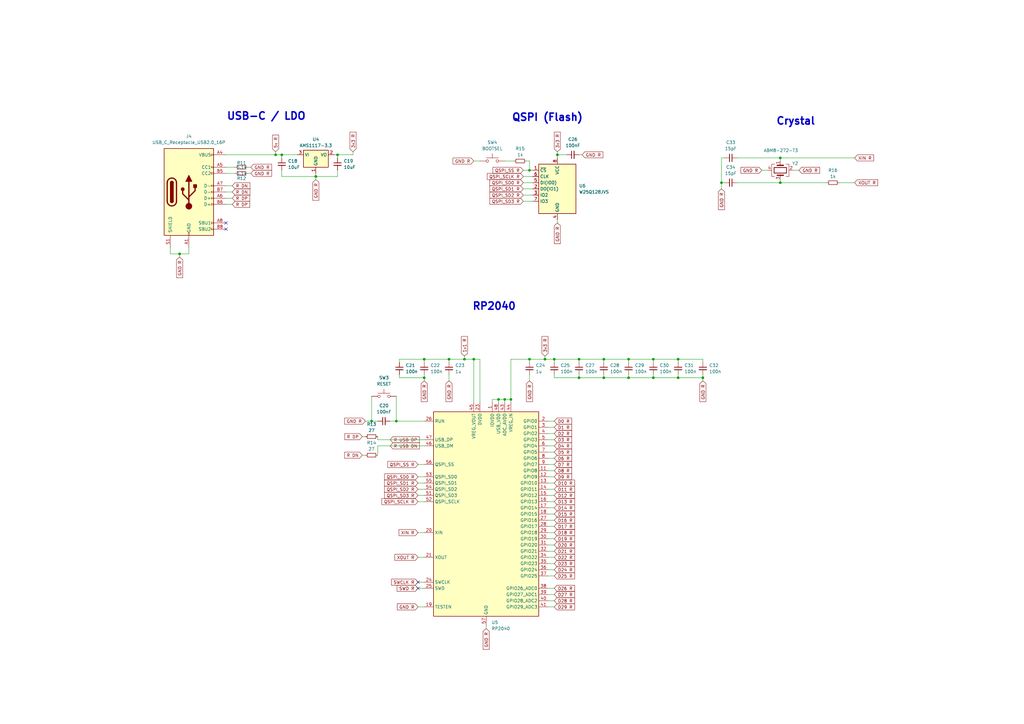
<source format=kicad_sch>
(kicad_sch (version 20250114) (generator "eeschema") (generator_version "9.0")
  (paper "A3")
  (title_block (title "Alpha Centauri") (date "2025-08-17") (rev "v1.0") (company "Jacob Gable"))
  (lib_symbols
    (symbol "Connector:USB_C_Receptacle_USB2.0_16P" (pin_names (offset 1.016))
      (property "Reference" "J" (at 0 22.225 0))
      (property "Value" "USB_C_Receptacle_USB2.0_16P" (at 0 19.685 0))
      (symbol "USB_C_Receptacle_USB2.0_16P_0_0"
        (rectangle (start -0.254 -17.78) (end 0.254 -16.764))
        (rectangle (start 10.16 15.494) (end 9.144 14.986))
        (rectangle (start 10.16 10.414) (end 9.144 9.906))
        (rectangle (start 10.16 7.874) (end 9.144 7.366))
        (rectangle (start 10.16 2.794) (end 9.144 2.286))
        (rectangle (start 10.16 0.254) (end 9.144 -0.254))
        (rectangle (start 10.16 -2.286) (end 9.144 -2.794))
        (rectangle (start 10.16 -4.826) (end 9.144 -5.334))
        (rectangle (start 10.16 -12.446) (end 9.144 -12.954))
        (rectangle (start 10.16 -14.986) (end 9.144 -15.494))
      )
      (symbol "USB_C_Receptacle_USB2.0_16P_0_1"
        (rectangle (start -10.16 17.78) (end 10.16 -17.78) (stroke (width 0.254)) (fill (type background)))
        (polyline (pts (xy -8.89 -3.81) (xy -8.89 3.81)) (stroke (width 0.508)))
        (rectangle (start -7.62 -3.81) (end -6.35 3.81) (stroke (width 0.254)) (fill (type outline)))
        (arc (start -7.62 3.81) (mid -6.985 4.4423) (end -6.35 3.81) (stroke (width 0.254)))
        (arc (start -7.62 3.81) (mid -6.985 4.4423) (end -6.35 3.81) (stroke (width 0.254)) (fill (type outline)))
        (arc (start -8.89 3.81) (mid -6.985 5.7067) (end -5.08 3.81) (stroke (width 0.508)))
        (arc (start -5.08 -3.81) (mid -6.985 -5.7067) (end -8.89 -3.81) (stroke (width 0.508)))
        (arc (start -6.35 -3.81) (mid -6.985 -4.4423) (end -7.62 -3.81) (stroke (width 0.254)))
        (arc (start -6.35 -3.81) (mid -6.985 -4.4423) (end -7.62 -3.81) (stroke (width 0.254)) (fill (type outline)))
        (polyline (pts (xy -5.08 3.81) (xy -5.08 -3.81)) (stroke (width 0.508)))
        (circle (center -2.54 1.143) (radius 0.635) (stroke (width 0.254)) (fill (type outline)))
        (polyline (pts (xy -1.27 4.318) (xy 0 6.858) (xy 1.27 4.318) (xy -1.27 4.318)) (stroke (width 0.254)) (fill (type outline)))
        (polyline (pts (xy 0 -2.032) (xy 2.54 0.508) (xy 2.54 1.778)) (stroke (width 0.508)))
        (polyline (pts (xy 0 -3.302) (xy -2.54 -0.762) (xy -2.54 0.508)) (stroke (width 0.508)))
        (polyline (pts (xy 0 -5.842) (xy 0 4.318)) (stroke (width 0.508)))
        (circle (center 0 -5.842) (radius 1.27) (fill (type outline)))
        (rectangle (start 1.905 1.778) (end 3.175 3.048) (stroke (width 0.254)) (fill (type outline)))
      )
      (symbol "USB_C_Receptacle_USB2.0_16P_1_1"
        (pin passive line (at -7.62 -22.86 90) (length 5.08) (name "SHIELD") (number "S1"))
        (pin passive line (at 0 -22.86 90) (length 5.08) (name "GND") (number "A1"))
        (pin passive line (at 0 -22.86 90) (length 5.08) (hide yes) (name "GND") (number "A12"))
        (pin passive line (at 0 -22.86 90) (length 5.08) (hide yes) (name "GND") (number "B1"))
        (pin passive line (at 0 -22.86 90) (length 5.08) (hide yes) (name "GND") (number "B12"))
        (pin passive line (at 15.24 15.24 180) (length 5.08) (name "VBUS") (number "A4"))
        (pin passive line (at 15.24 15.24 180) (length 5.08) (hide yes) (name "VBUS") (number "A9"))
        (pin passive line (at 15.24 15.24 180) (length 5.08) (hide yes) (name "VBUS") (number "B4"))
        (pin passive line (at 15.24 15.24 180) (length 5.08) (hide yes) (name "VBUS") (number "B9"))
        (pin bidirectional line (at 15.24 10.16 180) (length 5.08) (name "CC1") (number "A5"))
        (pin bidirectional line (at 15.24 7.62 180) (length 5.08) (name "CC2") (number "B5"))
        (pin bidirectional line (at 15.24 2.54 180) (length 5.08) (name "D-") (number "A7"))
        (pin bidirectional line (at 15.24 0 180) (length 5.08) (name "D-") (number "B7"))
        (pin bidirectional line (at 15.24 -2.54 180) (length 5.08) (name "D+") (number "A6"))
        (pin bidirectional line (at 15.24 -5.08 180) (length 5.08) (name "D+") (number "B6"))
        (pin bidirectional line (at 15.24 -12.7 180) (length 5.08) (name "SBU1") (number "A8"))
        (pin bidirectional line (at 15.24 -15.24 180) (length 5.08) (name "SBU2") (number "B8"))
      )
    )
    (symbol "Device:C_Small" (pin_numbers (hide yes)) (pin_names (offset 0.254) (hide yes))
      (property "Reference" "C" (at 0.254 1.778 0))
      (property "Value" "C_Small" (at 0.254 -2.032 0))
      (symbol "C_Small_0_1"
        (polyline (pts (xy -1.524 0.508) (xy 1.524 0.508)) (stroke (width 0.3048)))
        (polyline (pts (xy -1.524 -0.508) (xy 1.524 -0.508)) (stroke (width 0.3302)))
      )
      (symbol "C_Small_1_1"
        (pin passive line (at 0 2.54 270) (length 2.032) (name "~") (number "1"))
        (pin passive line (at 0 -2.54 90) (length 2.032) (name "~") (number "2"))
      )
    )
    (symbol "Device:Crystal_GND24" (pin_names (offset 1.016) (hide yes))
      (property "Reference" "Y" (at 3.175 5.08 0))
      (property "Value" "Crystal_GND24" (at 3.175 3.175 0))
      (symbol "Crystal_GND24_0_1"
        (polyline (pts (xy -2.54 2.286) (xy -2.54 3.556) (xy 2.54 3.556) (xy 2.54 2.286)))
        (polyline (pts (xy -2.54 0) (xy -2.032 0)))
        (polyline (pts (xy -2.54 -2.286) (xy -2.54 -3.556) (xy 2.54 -3.556) (xy 2.54 -2.286)))
        (polyline (pts (xy -2.032 -1.27) (xy -2.032 1.27)) (stroke (width 0.508)))
        (rectangle (start -1.143 2.54) (end 1.143 -2.54) (stroke (width 0.3048)))
        (polyline (pts (xy 0 3.556) (xy 0 3.81)))
        (polyline (pts (xy 0 -3.81) (xy 0 -3.556)))
        (polyline (pts (xy 2.032 0) (xy 2.54 0)))
        (polyline (pts (xy 2.032 -1.27) (xy 2.032 1.27)) (stroke (width 0.508)))
      )
      (symbol "Crystal_GND24_1_1"
        (pin passive line (at -3.81 0 0) (length 1.27) (name "1") (number "1"))
        (pin passive line (at 0 5.08 270) (length 1.27) (name "2") (number "2"))
        (pin passive line (at 0 -5.08 90) (length 1.27) (name "4") (number "4"))
        (pin passive line (at 3.81 0 180) (length 1.27) (name "3") (number "3"))
      )
    )
    (symbol "Device:R_Small" (pin_numbers (hide yes)) (pin_names (offset 0.254) (hide yes))
      (property "Reference" "R" (at 0.762 0.508 0))
      (property "Value" "R_Small" (at 0.762 -1.016 0))
      (symbol "R_Small_0_1"
        (rectangle (start -0.762 1.778) (end 0.762 -1.778) (stroke (width 0.2032)))
      )
      (symbol "R_Small_1_1"
        (pin passive line (at 0 2.54 270) (length 0.762) (name "~") (number "1"))
        (pin passive line (at 0 -2.54 90) (length 0.762) (name "~") (number "2"))
      )
    )
    (symbol "MCU_RaspberryPi:RP2040"
      (property "Reference" "U" (at 17.78 45.72 0))
      (property "Value" "RP2040" (at 17.78 43.18 0))
      (symbol "RP2040_0_1"
        (rectangle (start -21.59 41.91) (end 21.59 -41.91) (stroke (width 0.254)) (fill (type background)))
      )
      (symbol "RP2040_1_1"
        (pin input line (at -25.4 38.1 0) (length 3.81) (name "RUN") (number "26"))
        (pin bidirectional line (at -25.4 30.48 0) (length 3.81) (name "USB_DP") (number "47"))
        (pin bidirectional line (at -25.4 27.94 0) (length 3.81) (name "USB_DM") (number "46"))
        (pin bidirectional line (at -25.4 20.32 0) (length 3.81) (name "QSPI_SS") (number "56"))
        (pin bidirectional line (at -25.4 15.24 0) (length 3.81) (name "QSPI_SD0") (number "53"))
        (pin bidirectional line (at -25.4 12.7 0) (length 3.81) (name "QSPI_SD1") (number "55"))
        (pin bidirectional line (at -25.4 10.16 0) (length 3.81) (name "QSPI_SD2") (number "54"))
        (pin bidirectional line (at -25.4 7.62 0) (length 3.81) (name "QSPI_SD3") (number "51"))
        (pin output line (at -25.4 5.08 0) (length 3.81) (name "QSPI_SCLK") (number "52"))
        (pin input line (at -25.4 -7.62 0) (length 3.81) (name "XIN") (number "20"))
        (pin passive line (at -25.4 -17.78 0) (length 3.81) (name "XOUT") (number "21"))
        (pin input line (at -25.4 -27.94 0) (length 3.81) (name "SWCLK") (number "24"))
        (pin bidirectional line (at -25.4 -30.48 0) (length 3.81) (name "SWD") (number "25"))
        (pin input line (at -25.4 -38.1 0) (length 3.81) (name "TESTEN") (number "19"))
        (pin power_out line (at -5.08 45.72 270) (length 3.81) (name "VREG_VOUT") (number "45"))
        (pin power_in line (at -2.54 45.72 270) (length 3.81) (name "DVDD") (number "23"))
        (pin passive line (at -2.54 45.72 270) (length 3.81) (hide yes) (name "DVDD") (number "50"))
        (pin power_in line (at 0 -45.72 90) (length 3.81) (name "GND") (number "57"))
        (pin power_in line (at 2.54 45.72 270) (length 3.81) (name "IOVDD") (number "1"))
        (pin passive line (at 2.54 45.72 270) (length 3.81) (hide yes) (name "IOVDD") (number "10"))
        (pin passive line (at 2.54 45.72 270) (length 3.81) (hide yes) (name "IOVDD") (number "22"))
        (pin passive line (at 2.54 45.72 270) (length 3.81) (hide yes) (name "IOVDD") (number "33"))
        (pin passive line (at 2.54 45.72 270) (length 3.81) (hide yes) (name "IOVDD") (number "42"))
        (pin passive line (at 2.54 45.72 270) (length 3.81) (hide yes) (name "IOVDD") (number "49"))
        (pin power_in line (at 5.08 45.72 270) (length 3.81) (name "USB_VDD") (number "48"))
        (pin power_in line (at 7.62 45.72 270) (length 3.81) (name "ADC_AVDD") (number "43"))
        (pin power_in line (at 10.16 45.72 270) (length 3.81) (name "VREG_IN") (number "44"))
        (pin bidirectional line (at 25.4 38.1 180) (length 3.81) (name "GPIO0") (number "2"))
        (pin bidirectional line (at 25.4 35.56 180) (length 3.81) (name "GPIO1") (number "3"))
        (pin bidirectional line (at 25.4 33.02 180) (length 3.81) (name "GPIO2") (number "4"))
        (pin bidirectional line (at 25.4 30.48 180) (length 3.81) (name "GPIO3") (number "5"))
        (pin bidirectional line (at 25.4 27.94 180) (length 3.81) (name "GPIO4") (number "6"))
        (pin bidirectional line (at 25.4 25.4 180) (length 3.81) (name "GPIO5") (number "7"))
        (pin bidirectional line (at 25.4 22.86 180) (length 3.81) (name "GPIO6") (number "8"))
        (pin bidirectional line (at 25.4 20.32 180) (length 3.81) (name "GPIO7") (number "9"))
        (pin bidirectional line (at 25.4 17.78 180) (length 3.81) (name "GPIO8") (number "11"))
        (pin bidirectional line (at 25.4 15.24 180) (length 3.81) (name "GPIO9") (number "12"))
        (pin bidirectional line (at 25.4 12.7 180) (length 3.81) (name "GPIO10") (number "13"))
        (pin bidirectional line (at 25.4 10.16 180) (length 3.81) (name "GPIO11") (number "14"))
        (pin bidirectional line (at 25.4 7.62 180) (length 3.81) (name "GPIO12") (number "15"))
        (pin bidirectional line (at 25.4 5.08 180) (length 3.81) (name "GPIO13") (number "16"))
        (pin bidirectional line (at 25.4 2.54 180) (length 3.81) (name "GPIO14") (number "17"))
        (pin bidirectional line (at 25.4 0 180) (length 3.81) (name "GPIO15") (number "18"))
        (pin bidirectional line (at 25.4 -2.54 180) (length 3.81) (name "GPIO16") (number "27"))
        (pin bidirectional line (at 25.4 -5.08 180) (length 3.81) (name "GPIO17") (number "28"))
        (pin bidirectional line (at 25.4 -7.62 180) (length 3.81) (name "GPIO18") (number "29"))
        (pin bidirectional line (at 25.4 -10.16 180) (length 3.81) (name "GPIO19") (number "30"))
        (pin bidirectional line (at 25.4 -12.7 180) (length 3.81) (name "GPIO20") (number "31"))
        (pin bidirectional line (at 25.4 -15.24 180) (length 3.81) (name "GPIO21") (number "32"))
        (pin bidirectional line (at 25.4 -17.78 180) (length 3.81) (name "GPIO22") (number "34"))
        (pin bidirectional line (at 25.4 -20.32 180) (length 3.81) (name "GPIO23") (number "35"))
        (pin bidirectional line (at 25.4 -22.86 180) (length 3.81) (name "GPIO24") (number "36"))
        (pin bidirectional line (at 25.4 -25.4 180) (length 3.81) (name "GPIO25") (number "37"))
        (pin bidirectional line (at 25.4 -30.48 180) (length 3.81) (name "GPIO26_ADC0") (number "38"))
        (pin bidirectional line (at 25.4 -33.02 180) (length 3.81) (name "GPIO27_ADC1") (number "39"))
        (pin bidirectional line (at 25.4 -35.56 180) (length 3.81) (name "GPIO28_ADC2") (number "40"))
        (pin bidirectional line (at 25.4 -38.1 180) (length 3.81) (name "GPIO29_ADC3") (number "41"))
      )
    )
    (symbol "Memory_Flash:W25Q128JVS"
      (property "Reference" "U" (at -8.89 8.89 0))
      (property "Value" "W25Q128JVS" (at 7.62 8.89 0))
      (symbol "W25Q128JVS_0_1"
        (rectangle (start -7.62 10.16) (end 7.62 -10.16) (stroke (width 0.254)) (fill (type background)))
      )
      (symbol "W25Q128JVS_1_1"
        (pin input line (at -10.16 7.62 0) (length 2.54) (name "~{CS}") (number "1"))
        (pin input line (at -10.16 5.08 0) (length 2.54) (name "CLK") (number "6"))
        (pin bidirectional line (at -10.16 2.54 0) (length 2.54) (name "DI(IO0)") (number "5"))
        (pin bidirectional line (at -10.16 0 0) (length 2.54) (name "DO(IO1)") (number "2"))
        (pin bidirectional line (at -10.16 -2.54 0) (length 2.54) (name "IO2") (number "3"))
        (pin bidirectional line (at -10.16 -5.08 0) (length 2.54) (name "IO3") (number "7"))
        (pin power_in line (at 0 12.7 270) (length 2.54) (name "VCC") (number "8"))
        (pin power_in line (at 0 -12.7 90) (length 2.54) (name "GND") (number "4"))
      )
    )
    (symbol "Regulator_Linear:AMS1117-3.3"
      (property "Reference" "U" (at -3.81 3.175 0))
      (property "Value" "AMS1117-3.3" (at 0 3.175 0))
      (symbol "AMS1117-3.3_0_1"
        (rectangle (start -5.08 -5.08) (end 5.08 1.905) (stroke (width 0.254)) (fill (type background)))
      )
      (symbol "AMS1117-3.3_1_1"
        (pin power_in line (at -7.62 0 0) (length 2.54) (name "VI") (number "3"))
        (pin power_in line (at 0 -7.62 90) (length 2.54) (name "GND") (number "1"))
        (pin power_out line (at 7.62 0 180) (length 2.54) (name "VO") (number "2"))
      )
    )
    (symbol "ScottoKeebs:Placeholder_Switch" (pin_numbers (hide yes)) (pin_names (offset 1.016) (hide yes))
      (property "Reference" "SW" (at 1.27 2.54 0))
      (property "Value" "Switch" (at 0 -1.524 0))
      (symbol "Placeholder_Switch_0_1"
        (circle (center -2.032 0) (radius 0.508))
        (polyline (pts (xy 0 1.27) (xy 0 3.048)))
        (circle (center 2.032 0) (radius 0.508))
        (polyline (pts (xy 2.54 1.27) (xy -2.54 1.27)))
        (pin passive line (at -5.08 0 0) (length 2.54) (name "1") (number "1"))
        (pin passive line (at 5.08 0 180) (length 2.54) (name "2") (number "2"))
      )
    )
  )
  (text "RP2040" (at 202.692 125.73 0) (effects (font (size 3 3) (thickness 0.6) (bold yes))))
  (text "QSPI (Flash)" (at 224.536 48.26 0) (effects (font (size 3 3) (thickness 0.6) (bold yes))))
  (text "Crystal" (at 326.39 49.784 0) (effects (font (size 3 3) (thickness 0.6) (bold yes))))
  (text "USB-C / LDO" (at 109.22 47.752 0) (effects (font (size 3 3) (thickness 0.6) (bold yes))))
  (junction (at 320.04 64.77))
  (junction (at 278.13 147.32))
  (junction (at 113.03 63.5))
  (junction (at 257.81 147.32))
  (junction (at 278.13 154.94))
  (junction (at 204.47 163.83))
  (junction (at 295.91 74.93))
  (junction (at 247.65 147.32))
  (junction (at 173.99 154.94))
  (junction (at 217.17 69.85))
  (junction (at 115.57 63.5))
  (junction (at 138.43 63.5))
  (junction (at 209.55 163.83))
  (junction (at 247.65 154.94))
  (junction (at 194.31 147.32))
  (junction (at 217.17 147.32))
  (junction (at 237.49 154.94))
  (junction (at 223.52 147.32))
  (junction (at 207.01 163.83))
  (junction (at 267.97 147.32))
  (junction (at 227.33 147.32))
  (junction (at 320.04 74.93))
  (junction (at 288.29 154.94))
  (junction (at 257.81 154.94))
  (junction (at 129.54 72.39))
  (junction (at 184.15 147.32))
  (junction (at 162.56 172.72))
  (junction (at 73.66 104.14))
  (junction (at 173.99 147.32))
  (junction (at 152.4 172.72))
  (junction (at 190.5 147.32))
  (junction (at 267.97 154.94))
  (junction (at 237.49 147.32))
  (junction (at 228.6 63.5))
  (no_connect (at 171.45 238.76))
  (no_connect (at 171.45 241.3))
  (no_connect (at 92.71 91.44))
  (no_connect (at 92.71 93.98))
  (wire (pts (xy 163.83 147.32) (xy 173.99 147.32)))
  (wire (pts (xy 199.39 256.54) (xy 199.39 257.81)))
  (wire (pts (xy 207.01 163.83) (xy 204.47 163.83)))
  (wire (pts (xy 149.86 172.72) (xy 152.4 172.72)))
  (wire (pts (xy 227.33 243.84) (xy 224.79 243.84)))
  (wire (pts (xy 163.83 154.94) (xy 173.99 154.94)))
  (wire (pts (xy 320.04 64.77) (xy 350.52 64.77)))
  (wire (pts (xy 217.17 69.85) (xy 218.44 69.85)))
  (wire (pts (xy 237.49 147.32) (xy 237.49 148.59)))
  (wire (pts (xy 288.29 154.94) (xy 288.29 156.21)))
  (wire (pts (xy 194.31 147.32) (xy 196.85 147.32)))
  (wire (pts (xy 288.29 153.67) (xy 288.29 154.94)))
  (wire (pts (xy 154.94 180.34) (xy 173.99 180.34)))
  (wire (pts (xy 227.33 193.04) (xy 224.79 193.04)))
  (wire (pts (xy 209.55 147.32) (xy 209.55 163.83)))
  (wire (pts (xy 214.63 74.93) (xy 218.44 74.93)))
  (wire (pts (xy 138.43 69.85) (xy 138.43 72.39)))
  (wire (pts (xy 73.66 104.14) (xy 69.85 104.14)))
  (wire (pts (xy 228.6 63.5) (xy 232.41 63.5)))
  (wire (pts (xy 171.45 241.3) (xy 173.99 241.3)))
  (wire (pts (xy 227.33 226.06) (xy 224.79 226.06)))
  (wire (pts (xy 171.45 205.74) (xy 173.99 205.74)))
  (wire (pts (xy 214.63 80.01) (xy 218.44 80.01)))
  (wire (pts (xy 223.52 147.32) (xy 217.17 147.32)))
  (wire (pts (xy 115.57 69.85) (xy 115.57 72.39)))
  (wire (pts (xy 101.6 68.58) (xy 102.87 68.58)))
  (wire (pts (xy 129.54 72.39) (xy 138.43 72.39)))
  (wire (pts (xy 160.02 172.72) (xy 162.56 172.72)))
  (wire (pts (xy 227.33 177.8) (xy 224.79 177.8)))
  (wire (pts (xy 171.45 218.44) (xy 173.99 218.44)))
  (wire (pts (xy 247.65 154.94) (xy 237.49 154.94)))
  (wire (pts (xy 228.6 62.23) (xy 228.6 63.5)))
  (wire (pts (xy 115.57 72.39) (xy 129.54 72.39)))
  (wire (pts (xy 227.33 175.26) (xy 224.79 175.26)))
  (wire (pts (xy 227.33 205.74) (xy 224.79 205.74)))
  (wire (pts (xy 171.45 195.58) (xy 173.99 195.58)))
  (wire (pts (xy 171.45 228.6) (xy 173.99 228.6)))
  (wire (pts (xy 227.33 187.96) (xy 224.79 187.96)))
  (wire (pts (xy 237.49 154.94) (xy 227.33 154.94)))
  (wire (pts (xy 302.26 74.93) (xy 320.04 74.93)))
  (wire (pts (xy 163.83 153.67) (xy 163.83 154.94)))
  (wire (pts (xy 237.49 63.5) (xy 238.76 63.5)))
  (wire (pts (xy 227.33 185.42) (xy 224.79 185.42)))
  (wire (pts (xy 267.97 154.94) (xy 257.81 154.94)))
  (wire (pts (xy 295.91 74.93) (xy 295.91 77.47)))
  (wire (pts (xy 113.03 62.23) (xy 113.03 63.5)))
  (wire (pts (xy 320.04 64.77) (xy 320.04 66.04)))
  (wire (pts (xy 173.99 154.94) (xy 173.99 156.21)))
  (wire (pts (xy 154.94 182.88) (xy 154.94 186.69)))
  (wire (pts (xy 247.65 153.67) (xy 247.65 154.94)))
  (wire (pts (xy 217.17 147.32) (xy 209.55 147.32)))
  (wire (pts (xy 184.15 153.67) (xy 184.15 156.21)))
  (wire (pts (xy 184.15 147.32) (xy 184.15 148.59)))
  (wire (pts (xy 228.6 63.5) (xy 228.6 64.77)))
  (wire (pts (xy 227.33 208.28) (xy 224.79 208.28)))
  (wire (pts (xy 194.31 147.32) (xy 194.31 165.1)))
  (wire (pts (xy 95.25 81.28) (xy 92.71 81.28)))
  (wire (pts (xy 227.33 231.14) (xy 224.79 231.14)))
  (wire (pts (xy 295.91 74.93) (xy 297.18 74.93)))
  (wire (pts (xy 312.42 69.85) (xy 314.96 69.85)))
  (wire (pts (xy 207.01 163.83) (xy 207.01 165.1)))
  (wire (pts (xy 227.33 248.92) (xy 224.79 248.92)))
  (wire (pts (xy 227.33 210.82) (xy 224.79 210.82)))
  (wire (pts (xy 204.47 163.83) (xy 201.93 163.83)))
  (wire (pts (xy 227.33 172.72) (xy 224.79 172.72)))
  (wire (pts (xy 173.99 147.32) (xy 184.15 147.32)))
  (wire (pts (xy 257.81 147.32) (xy 257.81 148.59)))
  (wire (pts (xy 267.97 147.32) (xy 267.97 148.59)))
  (wire (pts (xy 129.54 73.66) (xy 129.54 72.39)))
  (wire (pts (xy 214.63 69.85) (xy 217.17 69.85)))
  (wire (pts (xy 173.99 147.32) (xy 173.99 148.59)))
  (wire (pts (xy 227.33 220.98) (xy 224.79 220.98)))
  (wire (pts (xy 92.71 68.58) (xy 96.52 68.58)))
  (wire (pts (xy 267.97 147.32) (xy 257.81 147.32)))
  (wire (pts (xy 227.33 147.32) (xy 223.52 147.32)))
  (wire (pts (xy 92.71 71.12) (xy 96.52 71.12)))
  (wire (pts (xy 95.25 78.74) (xy 92.71 78.74)))
  (wire (pts (xy 171.45 200.66) (xy 173.99 200.66)))
  (wire (pts (xy 214.63 72.39) (xy 218.44 72.39)))
  (wire (pts (xy 344.17 74.93) (xy 350.52 74.93)))
  (wire (pts (xy 190.5 146.05) (xy 190.5 147.32)))
  (wire (pts (xy 227.33 246.38) (xy 224.79 246.38)))
  (wire (pts (xy 257.81 153.67) (xy 257.81 154.94)))
  (wire (pts (xy 320.04 73.66) (xy 320.04 74.93)))
  (wire (pts (xy 171.45 238.76) (xy 173.99 238.76)))
  (wire (pts (xy 209.55 163.83) (xy 209.55 165.1)))
  (wire (pts (xy 227.33 218.44) (xy 224.79 218.44)))
  (wire (pts (xy 227.33 241.3) (xy 224.79 241.3)))
  (wire (pts (xy 162.56 162.56) (xy 162.56 172.72)))
  (wire (pts (xy 129.54 71.12) (xy 129.54 72.39)))
  (wire (pts (xy 115.57 63.5) (xy 121.92 63.5)))
  (wire (pts (xy 201.93 163.83) (xy 201.93 165.1)))
  (wire (pts (xy 227.33 200.66) (xy 224.79 200.66)))
  (wire (pts (xy 217.17 147.32) (xy 217.17 148.59)))
  (wire (pts (xy 267.97 153.67) (xy 267.97 154.94)))
  (wire (pts (xy 217.17 66.04) (xy 217.17 69.85)))
  (wire (pts (xy 209.55 163.83) (xy 207.01 163.83)))
  (wire (pts (xy 223.52 146.05) (xy 223.52 147.32)))
  (wire (pts (xy 77.47 101.6) (xy 77.47 104.14)))
  (wire (pts (xy 320.04 74.93) (xy 339.09 74.93)))
  (wire (pts (xy 288.29 154.94) (xy 278.13 154.94)))
  (wire (pts (xy 138.43 63.5) (xy 138.43 64.77)))
  (wire (pts (xy 190.5 147.32) (xy 194.31 147.32)))
  (wire (pts (xy 237.49 153.67) (xy 237.49 154.94)))
  (wire (pts (xy 162.56 172.72) (xy 173.99 172.72)))
  (wire (pts (xy 325.12 69.85) (xy 327.66 69.85)))
  (wire (pts (xy 204.47 163.83) (xy 204.47 165.1)))
  (wire (pts (xy 227.33 190.5) (xy 224.79 190.5)))
  (wire (pts (xy 173.99 154.94) (xy 173.99 153.67)))
  (wire (pts (xy 247.65 147.32) (xy 247.65 148.59)))
  (wire (pts (xy 152.4 172.72) (xy 154.94 172.72)))
  (wire (pts (xy 214.63 77.47) (xy 218.44 77.47)))
  (wire (pts (xy 207.01 66.04) (xy 210.82 66.04)))
  (wire (pts (xy 227.33 213.36) (xy 224.79 213.36)))
  (wire (pts (xy 217.17 153.67) (xy 217.17 156.21)))
  (wire (pts (xy 215.9 66.04) (xy 217.17 66.04)))
  (wire (pts (xy 101.6 71.12) (xy 102.87 71.12)))
  (wire (pts (xy 257.81 154.94) (xy 247.65 154.94)))
  (wire (pts (xy 73.66 105.41) (xy 73.66 104.14)))
  (wire (pts (xy 278.13 147.32) (xy 278.13 148.59)))
  (wire (pts (xy 154.94 180.34) (xy 154.94 179.07)))
  (wire (pts (xy 227.33 198.12) (xy 224.79 198.12)))
  (wire (pts (xy 163.83 148.59) (xy 163.83 147.32)))
  (wire (pts (xy 297.18 64.77) (xy 295.91 64.77)))
  (wire (pts (xy 171.45 198.12) (xy 173.99 198.12)))
  (wire (pts (xy 302.26 64.77) (xy 320.04 64.77)))
  (wire (pts (xy 278.13 154.94) (xy 267.97 154.94)))
  (wire (pts (xy 227.33 147.32) (xy 227.33 148.59)))
  (wire (pts (xy 194.31 66.04) (xy 196.85 66.04)))
  (wire (pts (xy 227.33 215.9) (xy 224.79 215.9)))
  (wire (pts (xy 92.71 63.5) (xy 113.03 63.5)))
  (wire (pts (xy 288.29 148.59) (xy 288.29 147.32)))
  (wire (pts (xy 138.43 63.5) (xy 144.78 63.5)))
  (wire (pts (xy 171.45 203.2) (xy 173.99 203.2)))
  (wire (pts (xy 214.63 82.55) (xy 218.44 82.55)))
  (wire (pts (xy 69.85 101.6) (xy 69.85 104.14)))
  (wire (pts (xy 154.94 182.88) (xy 173.99 182.88)))
  (wire (pts (xy 144.78 62.23) (xy 144.78 63.5)))
  (wire (pts (xy 95.25 83.82) (xy 92.71 83.82)))
  (wire (pts (xy 227.33 228.6) (xy 224.79 228.6)))
  (wire (pts (xy 278.13 147.32) (xy 267.97 147.32)))
  (wire (pts (xy 295.91 64.77) (xy 295.91 74.93)))
  (wire (pts (xy 152.4 162.56) (xy 152.4 172.72)))
  (wire (pts (xy 227.33 223.52) (xy 224.79 223.52)))
  (wire (pts (xy 227.33 233.68) (xy 224.79 233.68)))
  (wire (pts (xy 148.59 179.07) (xy 149.86 179.07)))
  (wire (pts (xy 227.33 153.67) (xy 227.33 154.94)))
  (wire (pts (xy 227.33 195.58) (xy 224.79 195.58)))
  (wire (pts (xy 77.47 104.14) (xy 73.66 104.14)))
  (wire (pts (xy 228.6 91.44) (xy 228.6 90.17)))
  (wire (pts (xy 184.15 147.32) (xy 190.5 147.32)))
  (wire (pts (xy 257.81 147.32) (xy 247.65 147.32)))
  (wire (pts (xy 196.85 147.32) (xy 196.85 165.1)))
  (wire (pts (xy 247.65 147.32) (xy 237.49 147.32)))
  (wire (pts (xy 171.45 190.5) (xy 173.99 190.5)))
  (wire (pts (xy 95.25 76.2) (xy 92.71 76.2)))
  (wire (pts (xy 278.13 153.67) (xy 278.13 154.94)))
  (wire (pts (xy 227.33 182.88) (xy 224.79 182.88)))
  (wire (pts (xy 113.03 63.5) (xy 115.57 63.5)))
  (wire (pts (xy 288.29 147.32) (xy 278.13 147.32)))
  (wire (pts (xy 171.45 248.92) (xy 173.99 248.92)))
  (wire (pts (xy 227.33 236.22) (xy 224.79 236.22)))
  (wire (pts (xy 137.16 63.5) (xy 138.43 63.5)))
  (wire (pts (xy 227.33 203.2) (xy 224.79 203.2)))
  (wire (pts (xy 227.33 180.34) (xy 224.79 180.34)))
  (wire (pts (xy 237.49 147.32) (xy 227.33 147.32)))
  (wire (pts (xy 149.86 186.69) (xy 148.59 186.69)))
  (wire (pts (xy 115.57 64.77) (xy 115.57 63.5)))
  (global_label "D0 R" (shape input) (at 227.33 172.72 0) (effects (font (thickness 0.1588))) (property "Intersheetrefs" "${INTERSHEET_REFS}" (effects (hide yes))))
  (global_label "D22 R" (shape input) (at 227.33 228.6 0) (effects (font (thickness 0.1588))) (property "Intersheetrefs" "${INTERSHEET_REFS}" (effects (hide yes))))
  (global_label "D1 R" (shape input) (at 227.33 175.26 0) (effects (font (thickness 0.1588))) (property "Intersheetrefs" "${INTERSHEET_REFS}" (effects (hide yes))))
  (global_label "D16 R" (shape input) (at 227.33 213.36 0) (effects (font (thickness 0.1588))) (property "Intersheetrefs" "${INTERSHEET_REFS}" (effects (hide yes))))
  (global_label "D6 R" (shape input) (at 227.33 187.96 0) (effects (font (thickness 0.1588))) (property "Intersheetrefs" "${INTERSHEET_REFS}" (effects (hide yes))))
  (global_label "D26 R" (shape input) (at 227.33 241.3 0) (effects (font (thickness 0.1588))) (property "Intersheetrefs" "${INTERSHEET_REFS}" (effects (hide yes))))
  (global_label "D9 R" (shape input) (at 227.33 195.58 0) (effects (font (thickness 0.1588))) (property "Intersheetrefs" "${INTERSHEET_REFS}" (effects (hide yes))))
  (global_label "XIN R" (shape input) (at 350.52 64.77 0) (effects (font (thickness 0.1588))) (property "Intersheetrefs" "${INTERSHEET_REFS}" (effects (hide yes))))
  (global_label "QSPI_SS R" (shape input) (at 171.45 190.5 180) (property "Intersheetrefs" "${INTERSHEET_REFS}" (effects (hide yes))))
  (global_label "D19 R" (shape input) (at 227.33 220.98 0) (effects (font (thickness 0.1588))) (property "Intersheetrefs" "${INTERSHEET_REFS}" (effects (hide yes))))
  (global_label "GND R" (shape input) (at 149.86 172.72 180) (effects (font (thickness 0.1588))) (property "Intersheetrefs" "${INTERSHEET_REFS}" (effects (hide yes))))
  (global_label "GND R" (shape input) (at 228.6 91.44 270) (property "Intersheetrefs" "${INTERSHEET_REFS}" (effects (hide yes))))
  (global_label "3v3 R" (shape input) (at 144.78 62.23 90) (property "Intersheetrefs" "${INTERSHEET_REFS}" (effects (hide yes))))
  (global_label "D14 R" (shape input) (at 227.33 208.28 0) (effects (font (thickness 0.1588))) (property "Intersheetrefs" "${INTERSHEET_REFS}" (effects (hide yes))))
  (global_label "GND R" (shape input) (at 217.17 156.21 270) (effects (font (thickness 0.1588))) (property "Intersheetrefs" "${INTERSHEET_REFS}" (effects (hide yes))))
  (global_label "D29 R" (shape input) (at 227.33 248.92 0) (effects (font (thickness 0.1588))) (property "Intersheetrefs" "${INTERSHEET_REFS}" (effects (hide yes))))
  (global_label "D3 R" (shape input) (at 227.33 180.34 0) (effects (font (thickness 0.1588))) (property "Intersheetrefs" "${INTERSHEET_REFS}" (effects (hide yes))))
  (global_label "QSPI_SD0 R" (shape input) (at 171.45 195.58 180) (property "Intersheetrefs" "${INTERSHEET_REFS}" (effects (hide yes))))
  (global_label "D13 R" (shape input) (at 227.33 205.74 0) (effects (font (thickness 0.1588))) (property "Intersheetrefs" "${INTERSHEET_REFS}" (effects (hide yes))))
  (global_label "GND R" (shape input) (at 173.99 156.21 270) (effects (font (thickness 0.1588))) (property "Intersheetrefs" "${INTERSHEET_REFS}" (effects (hide yes))))
  (global_label "D20 R" (shape input) (at 227.33 223.52 0) (effects (font (thickness 0.1588))) (property "Intersheetrefs" "${INTERSHEET_REFS}" (effects (hide yes))))
  (global_label "3v3 R" (shape input) (at 228.6 62.23 90) (property "Intersheetrefs" "${INTERSHEET_REFS}" (effects (hide yes))))
  (global_label "D7 R" (shape input) (at 227.33 190.5 0) (effects (font (thickness 0.1588))) (property "Intersheetrefs" "${INTERSHEET_REFS}" (effects (hide yes))))
  (global_label "QSPI_SCLK R" (shape input) (at 171.45 205.74 180) (property "Intersheetrefs" "${INTERSHEET_REFS}" (effects (hide yes))))
  (global_label "D11 R" (shape input) (at 227.33 200.66 0) (effects (font (thickness 0.1588))) (property "Intersheetrefs" "${INTERSHEET_REFS}" (effects (hide yes))))
  (global_label "D15 R" (shape input) (at 227.33 210.82 0) (effects (font (thickness 0.1588))) (property "Intersheetrefs" "${INTERSHEET_REFS}" (effects (hide yes))))
  (global_label "R DP" (shape input) (at 95.25 81.28 0) (property "Intersheetrefs" "${INTERSHEET_REFS}" (effects (hide yes))))
  (global_label "QSPI_SS R" (shape input) (at 214.63 69.85 180) (property "Intersheetrefs" "${INTERSHEET_REFS}" (effects (hide yes))))
  (global_label "GND R" (shape input) (at 129.54 73.66 270) (property "Intersheetrefs" "${INTERSHEET_REFS}" (effects (hide yes))))
  (global_label "SWD R" (shape input) (at 171.45 241.3 180) (effects (font (thickness 0.1588))) (property "Intersheetrefs" "${INTERSHEET_REFS}" (effects (hide yes))))
  (global_label "GND R" (shape input) (at 312.42 69.85 180) (effects (font (thickness 0.1588))) (property "Intersheetrefs" "${INTERSHEET_REFS}" (effects (hide yes))))
  (global_label "GND R" (shape input) (at 238.76 63.5 0) (property "Intersheetrefs" "${INTERSHEET_REFS}" (effects (hide yes))))
  (global_label "GND R" (shape input) (at 102.87 68.58 0) (property "Intersheetrefs" "${INTERSHEET_REFS}" (effects (hide yes))))
  (global_label "3v3 R" (shape input) (at 223.52 146.05 90) (effects (font (thickness 0.1588))) (property "Intersheetrefs" "${INTERSHEET_REFS}" (effects (hide yes))))
  (global_label "QSPI_SD2 R" (shape input) (at 214.63 80.01 180) (property "Intersheetrefs" "${INTERSHEET_REFS}" (effects (hide yes))))
  (global_label "GND R" (shape input) (at 194.31 66.04 180) (property "Intersheetrefs" "${INTERSHEET_REFS}" (effects (hide yes))))
  (global_label "QSPI_SD1 R" (shape input) (at 171.45 198.12 180) (property "Intersheetrefs" "${INTERSHEET_REFS}" (effects (hide yes))))
  (global_label "D5 R" (shape input) (at 227.33 185.42 0) (effects (font (thickness 0.1588))) (property "Intersheetrefs" "${INTERSHEET_REFS}" (effects (hide yes))))
  (global_label "D25 R" (shape input) (at 227.33 236.22 0) (effects (font (thickness 0.1588))) (property "Intersheetrefs" "${INTERSHEET_REFS}" (effects (hide yes))))
  (global_label "XOUT R" (shape input) (at 350.52 74.93 0) (effects (font (thickness 0.1588))) (property "Intersheetrefs" "${INTERSHEET_REFS}" (effects (hide yes))))
  (global_label "QSPI_SD2 R" (shape input) (at 171.45 200.66 180) (property "Intersheetrefs" "${INTERSHEET_REFS}" (effects (hide yes))))
  (global_label "D10 R" (shape input) (at 227.33 198.12 0) (effects (font (thickness 0.1588))) (property "Intersheetrefs" "${INTERSHEET_REFS}" (effects (hide yes))))
  (global_label "R DP" (shape input) (at 95.25 83.82 0) (property "Intersheetrefs" "${INTERSHEET_REFS}" (effects (hide yes))))
  (global_label "D18 R" (shape input) (at 227.33 218.44 0) (effects (font (thickness 0.1588))) (property "Intersheetrefs" "${INTERSHEET_REFS}" (effects (hide yes))))
  (global_label "QSPI_SD1 R" (shape input) (at 214.63 77.47 180) (property "Intersheetrefs" "${INTERSHEET_REFS}" (effects (hide yes))))
  (global_label "D2 R" (shape input) (at 227.33 177.8 0) (effects (font (thickness 0.1588))) (property "Intersheetrefs" "${INTERSHEET_REFS}" (effects (hide yes))))
  (global_label "R DN" (shape input) (at 148.59 186.69 180) (property "Intersheetrefs" "${INTERSHEET_REFS}" (effects (hide yes))))
  (global_label "GND R" (shape input) (at 171.45 248.92 180) (effects (font (thickness 0.1588))) (property "Intersheetrefs" "${INTERSHEET_REFS}" (effects (hide yes))))
  (global_label "GND R" (shape input) (at 199.39 257.81 270) (effects (font (thickness 0.1588))) (property "Intersheetrefs" "${INTERSHEET_REFS}" (effects (hide yes))))
  (global_label "QSPI_SD3 R" (shape input) (at 214.63 82.55 180) (property "Intersheetrefs" "${INTERSHEET_REFS}" (effects (hide yes))))
  (global_label "GND R" (shape input) (at 73.66 105.41 270) (property "Intersheetrefs" "${INTERSHEET_REFS}" (effects (hide yes))))
  (global_label "GND R" (shape input) (at 184.15 156.21 270) (effects (font (thickness 0.1588))) (property "Intersheetrefs" "${INTERSHEET_REFS}" (effects (hide yes))))
  (global_label "GND R" (shape input) (at 327.66 69.85 0) (effects (font (thickness 0.1588))) (property "Intersheetrefs" "${INTERSHEET_REFS}" (effects (hide yes))))
  (global_label "D4 R" (shape input) (at 227.33 182.88 0) (effects (font (thickness 0.1588))) (property "Intersheetrefs" "${INTERSHEET_REFS}" (effects (hide yes))))
  (global_label "D17 R" (shape input) (at 227.33 215.9 0) (effects (font (thickness 0.1588))) (property "Intersheetrefs" "${INTERSHEET_REFS}" (effects (hide yes))))
  (global_label "R USB DP" (shape input) (at 160.02 180.34 0) (property "Intersheetrefs" "${INTERSHEET_REFS}" (effects (hide yes))))
  (global_label "5v R" (shape input) (at 113.03 62.23 90) (property "Intersheetrefs" "${INTERSHEET_REFS}" (effects (hide yes))))
  (global_label "R USB DN" (shape input) (at 160.02 182.88 0) (property "Intersheetrefs" "${INTERSHEET_REFS}" (effects (hide yes))))
  (global_label "D23 R" (shape input) (at 227.33 231.14 0) (effects (font (thickness 0.1588))) (property "Intersheetrefs" "${INTERSHEET_REFS}" (effects (hide yes))))
  (global_label "D27 R" (shape input) (at 227.33 243.84 0) (effects (font (thickness 0.1588))) (property "Intersheetrefs" "${INTERSHEET_REFS}" (effects (hide yes))))
  (global_label "R DN" (shape input) (at 95.25 78.74 0) (property "Intersheetrefs" "${INTERSHEET_REFS}" (effects (hide yes))))
  (global_label "GND R" (shape input) (at 288.29 156.21 270) (effects (font (thickness 0.1588))) (property "Intersheetrefs" "${INTERSHEET_REFS}" (effects (hide yes))))
  (global_label "D8 R" (shape input) (at 227.33 193.04 0) (effects (font (thickness 0.1588))) (property "Intersheetrefs" "${INTERSHEET_REFS}" (effects (hide yes))))
  (global_label "R DP" (shape input) (at 148.59 179.07 180) (property "Intersheetrefs" "${INTERSHEET_REFS}" (effects (hide yes))))
  (global_label "QSPI_SD0 R" (shape input) (at 214.63 74.93 180) (property "Intersheetrefs" "${INTERSHEET_REFS}" (effects (hide yes))))
  (global_label "D24 R" (shape input) (at 227.33 233.68 0) (effects (font (thickness 0.1588))) (property "Intersheetrefs" "${INTERSHEET_REFS}" (effects (hide yes))))
  (global_label "XIN R" (shape input) (at 171.45 218.44 180) (effects (font (thickness 0.1588))) (property "Intersheetrefs" "${INTERSHEET_REFS}" (effects (hide yes))))
  (global_label "QSPI_SCLK R" (shape input) (at 214.63 72.39 180) (property "Intersheetrefs" "${INTERSHEET_REFS}" (effects (hide yes))))
  (global_label "GND R" (shape input) (at 295.91 77.47 270) (effects (font (thickness 0.1588))) (property "Intersheetrefs" "${INTERSHEET_REFS}" (effects (hide yes))))
  (global_label "XOUT R" (shape input) (at 171.45 228.6 180) (effects (font (thickness 0.1588))) (property "Intersheetrefs" "${INTERSHEET_REFS}" (effects (hide yes))))
  (global_label "1v1 R" (shape input) (at 190.5 146.05 90) (effects (font (thickness 0.1588))) (property "Intersheetrefs" "${INTERSHEET_REFS}" (effects (hide yes))))
  (global_label "SWCLK R" (shape input) (at 171.45 238.76 180) (effects (font (thickness 0.1588))) (property "Intersheetrefs" "${INTERSHEET_REFS}" (effects (hide yes))))
  (global_label "D12 R" (shape input) (at 227.33 203.2 0) (effects (font (thickness 0.1588))) (property "Intersheetrefs" "${INTERSHEET_REFS}" (effects (hide yes))))
  (global_label "R DN" (shape input) (at 95.25 76.2 0) (property "Intersheetrefs" "${INTERSHEET_REFS}" (effects (hide yes))))
  (global_label "QSPI_SD3 R" (shape input) (at 171.45 203.2 180) (property "Intersheetrefs" "${INTERSHEET_REFS}" (effects (hide yes))))
  (global_label "GND R" (shape input) (at 102.87 71.12 0) (property "Intersheetrefs" "${INTERSHEET_REFS}" (effects (hide yes))))
  (global_label "D28 R" (shape input) (at 227.33 246.38 0) (effects (font (thickness 0.1588))) (property "Intersheetrefs" "${INTERSHEET_REFS}" (effects (hide yes))))
  (global_label "D21 R" (shape input) (at 227.33 226.06 0) (effects (font (thickness 0.1588))) (property "Intersheetrefs" "${INTERSHEET_REFS}" (effects (hide yes))))
  (symbol (lib_id "Regulator_Linear:AMS1117-3.3") (at 129.54 63.5 0) (unit 1)
    (property "Reference" "U4" (at 129.54 57.15 0))
    (property "Value" "AMS1117-3.3" (at 129.54 59.69 0))
    (property "Footprint" "Package_TO_SOT_SMD:SOT-223-3_TabPin2" (effects (hide yes)))
    (property "Datasheet" "http://www.advanced-monolithic.com/pdf/ds1117.pdf" (effects (hide yes)))
    (property "Description" "1A Low Dropout regulator, positive, 3.3V fixed output, SOT-223" (effects (hide yes)))
  )
  (symbol (lib_id "Device:C_Small") (at 267.97 151.13 0) (unit 1)
    (property "Reference" "C30" (at 270.51 149.8662 0) (effects (justify left)))
    (property "Value" "100n" (at 270.51 152.4062 0) (effects (justify left)))
    (property "Footprint" "Capacitor_SMD:C_0603_1608Metric" (effects (hide yes)))
    (property "Description" "Unpolarized capacitor, small symbol" (effects (hide yes)))
  )
  (symbol (lib_id "Device:C_Small") (at 257.81 151.13 0) (unit 1)
    (property "Reference" "C29" (at 260.35 149.8662 0) (effects (justify left)))
    (property "Value" "100n" (at 260.35 152.4062 0) (effects (justify left)))
    (property "Footprint" "Capacitor_SMD:C_0603_1608Metric" (effects (hide yes)))
    (property "Description" "Unpolarized capacitor, small symbol" (effects (hide yes)))
  )
  (symbol (lib_id "ScottoKeebs:Placeholder_Switch") (at 157.48 162.56 0) (unit 1)
    (property "Reference" "SW3" (at 157.48 154.94 0))
    (property "Value" "RESET" (at 157.48 157.48 0))
    (property "Footprint" "Button_Switch_SMD:SW_SPST_EVQP0" (effects (hide yes)))
    (property "Description" "Push button switch, generic, two pins" (effects (hide yes)))
  )
  (symbol (lib_id "MCU_RaspberryPi:RP2040") (at 199.39 210.82 0) (unit 1)
    (property "Reference" "U5" (at 201.5841 255.27 0) (effects (justify left)))
    (property "Value" "RP2040" (at 201.5841 257.81 0) (effects (justify left)))
    (property "Footprint" "Package_DFN_QFN:QFN-56-1EP_7x7mm_P0.4mm_EP3.2x3.2mm" (effects (hide yes)))
    (property "Datasheet" "https://datasheets.raspberrypi.com/rp2040/rp2040-datasheet.pdf" (effects (hide yes)))
    (property "Description" "A microcontroller by Raspberry Pi" (effects (hide yes)))
  )
  (symbol (lib_id "Device:R_Small") (at 99.06 71.12 90) (unit 1)
    (property "Reference" "R12" (at 99.06 73.152 90))
    (property "Value" "5.1k" (at 99.06 71.12 90))
    (property "Footprint" "Resistor_SMD:R_0603_1608Metric" (effects (hide yes)))
    (property "Description" "Resistor, small symbol" (effects (hide yes)))
  )
  (symbol (lib_id "Device:C_Small") (at 288.29 151.13 0) (unit 1)
    (property "Reference" "C32" (at 290.83 149.8662 0) (effects (justify left)))
    (property "Value" "100n" (at 290.83 152.4062 0) (effects (justify left)))
    (property "Footprint" "Capacitor_SMD:C_0603_1608Metric" (effects (hide yes)))
    (property "Description" "Unpolarized capacitor, small symbol" (effects (hide yes)))
  )
  (symbol (lib_id "Device:C_Small") (at 299.72 64.77 270) (unit 1)
    (property "Reference" "C33" (at 299.7136 58.42 90))
    (property "Value" "15pF" (at 299.7136 60.96 90))
    (property "Footprint" "Capacitor_SMD:C_0603_1608Metric" (effects (hide yes)))
    (property "Description" "Unpolarized capacitor, small symbol" (effects (hide yes)))
  )
  (symbol (lib_id "Device:R_Small") (at 99.06 68.58 90) (unit 1)
    (property "Reference" "R11" (at 99.06 66.802 90))
    (property "Value" "5.1k" (at 99.06 68.58 90))
    (property "Footprint" "Resistor_SMD:R_0603_1608Metric" (effects (hide yes)))
    (property "Description" "Resistor, small symbol" (effects (hide yes)))
  )
  (symbol (lib_id "ScottoKeebs:Placeholder_Switch") (at 201.93 66.04 0) (unit 1)
    (property "Reference" "SW4" (at 201.93 58.42 0))
    (property "Value" "BOOTSEL" (at 201.93 60.96 0))
    (property "Footprint" "Button_Switch_SMD:SW_SPST_EVQP0" (effects (hide yes)))
    (property "Description" "Push button switch, generic, two pins" (effects (hide yes)))
  )
  (symbol (lib_id "Device:C_Small") (at 227.33 151.13 0) (unit 1)
    (property "Reference" "C25" (at 229.87 149.8662 0) (effects (justify left)))
    (property "Value" "100n" (at 229.87 152.4062 0) (effects (justify left)))
    (property "Footprint" "Capacitor_SMD:C_0603_1608Metric" (effects (hide yes)))
    (property "Description" "Unpolarized capacitor, small symbol" (effects (hide yes)))
  )
  (symbol (lib_id "Device:R_Small") (at 213.36 66.04 90) (unit 1)
    (property "Reference" "R15" (at 213.36 60.96 90))
    (property "Value" "1k" (at 213.36 63.5 90))
    (property "Footprint" "Resistor_SMD:R_0603_1608Metric" (effects (hide yes)))
    (property "Description" "Resistor, small symbol" (effects (hide yes)))
  )
  (symbol (lib_id "Device:R_Small") (at 341.63 74.93 90) (unit 1)
    (property "Reference" "R16" (at 341.63 69.85 90))
    (property "Value" "1k" (at 341.63 72.39 90))
    (property "Footprint" "Resistor_SMD:R_0603_1608Metric" (effects (hide yes)))
    (property "Description" "Resistor, small symbol" (effects (hide yes)))
  )
  (symbol (lib_id "Device:C_Small") (at 299.72 74.93 270) (unit 1)
    (property "Reference" "C34" (at 299.7136 68.58 90))
    (property "Value" "15pF" (at 299.7136 71.12 90))
    (property "Footprint" "Capacitor_SMD:C_0603_1608Metric" (effects (hide yes)))
    (property "Description" "Unpolarized capacitor, small symbol" (effects (hide yes)))
  )
  (symbol (lib_id "Device:C_Small") (at 184.15 151.13 0) (unit 1)
    (property "Reference" "C23" (at 186.69 149.8662 0) (effects (justify left)))
    (property "Value" "1u" (at 186.69 152.4062 0) (effects (justify left)))
    (property "Footprint" "Capacitor_SMD:C_0603_1608Metric" (effects (hide yes)))
    (property "Description" "Unpolarized capacitor, small symbol" (effects (hide yes)))
  )
  (symbol (lib_id "Device:C_Small") (at 115.57 67.31 0) (unit 1)
    (property "Reference" "C18" (at 118.11 66.0462 0) (effects (justify left)))
    (property "Value" "10uF" (at 118.11 68.5862 0) (effects (justify left)))
    (property "Footprint" "Capacitor_SMD:C_0805_2012Metric" (effects (hide yes)))
    (property "Description" "Unpolarized capacitor, small symbol" (effects (hide yes)))
  )
  (symbol (lib_id "Memory_Flash:W25Q128JVS") (at 228.6 77.47 0) (unit 1)
    (property "Reference" "U6" (at 237.49 76.1999 0) (effects (justify left)))
    (property "Value" "W25Q128JVS" (at 237.49 78.7399 0) (effects (justify left)))
    (property "Footprint" "Package_SO:SOIC-8_5.23x5.23mm_P1.27mm" (effects (hide yes)))
    (property "Datasheet" "http://www.winbond.com/resource-files/w25q128jv_dtr%20revc%2003272018%20plus.pdf" (effects (hide yes)))
    (property "Description" "128Mb Serial Flash Memory, Standard/Dual/Quad SPI, SOIC-8" (effects (hide yes)))
  )
  (symbol (lib_id "Device:C_Small") (at 247.65 151.13 0) (unit 1)
    (property "Reference" "C28" (at 250.19 149.8662 0) (effects (justify left)))
    (property "Value" "100n" (at 250.19 152.4062 0) (effects (justify left)))
    (property "Footprint" "Capacitor_SMD:C_0603_1608Metric" (effects (hide yes)))
    (property "Description" "Unpolarized capacitor, small symbol" (effects (hide yes)))
  )
  (symbol (lib_id "Device:C_Small") (at 217.17 151.13 0) (unit 1)
    (property "Reference" "C24" (at 219.71 149.8662 0) (effects (justify left)))
    (property "Value" "1u" (at 219.71 152.4062 0) (effects (justify left)))
    (property "Footprint" "Capacitor_SMD:C_0603_1608Metric" (effects (hide yes)))
    (property "Description" "Unpolarized capacitor, small symbol" (effects (hide yes)))
  )
  (symbol (lib_id "Device:C_Small") (at 237.49 151.13 0) (unit 1)
    (property "Reference" "C27" (at 240.03 149.8662 0) (effects (justify left)))
    (property "Value" "100n" (at 240.03 152.4062 0) (effects (justify left)))
    (property "Footprint" "Capacitor_SMD:C_0603_1608Metric" (effects (hide yes)))
    (property "Description" "Unpolarized capacitor, small symbol" (effects (hide yes)))
  )
  (symbol (lib_id "Device:C_Small") (at 157.48 172.72 90) (unit 1)
    (property "Reference" "C20" (at 157.4863 166.37 90))
    (property "Value" "100nF" (at 157.4863 168.91 90))
    (property "Footprint" "Capacitor_SMD:C_0603_1608Metric" (effects (hide yes)))
    (property "Description" "Unpolarized capacitor, small symbol" (effects (hide yes)))
  )
  (symbol (lib_id "Connector:USB_C_Receptacle_USB2.0_16P") (at 77.47 78.74 0) (unit 1)
    (property "Reference" "J4" (at 77.47 55.88 0))
    (property "Value" "USB_C_Receptacle_USB2.0_16P" (at 77.47 58.42 0))
    (property "Footprint" "Connector_USB:USB_C_Receptacle_HRO_TYPE-C-31-M-12" (effects (hide yes)))
    (property "Datasheet" "https://www.usb.org/sites/default/files/documents/usb_type-c.zip" (effects (hide yes)))
    (property "Description" "USB 2.0-only 16P Type-C Receptacle connector" (effects (hide yes)))
  )
  (symbol (lib_id "Device:C_Small") (at 173.99 151.13 0) (unit 1)
    (property "Reference" "C22" (at 176.53 149.8662 0) (effects (justify left)))
    (property "Value" "100n" (at 176.53 152.4062 0) (effects (justify left)))
    (property "Footprint" "Capacitor_SMD:C_0603_1608Metric" (effects (hide yes)))
    (property "Description" "Unpolarized capacitor, small symbol" (effects (hide yes)))
  )
  (symbol (lib_id "Device:R_Small") (at 152.4 186.69 90) (unit 1)
    (property "Reference" "R14" (at 152.4 181.61 90))
    (property "Value" "27" (at 152.4 184.15 90))
    (property "Footprint" "Resistor_SMD:R_0603_1608Metric" (effects (hide yes)))
    (property "Description" "Resistor, small symbol" (effects (hide yes)))
  )
  (symbol (lib_id "Device:Crystal_GND24") (at 320.04 69.85 270) (unit 1)
    (property "Reference" "Y2" (at 326.136 67.056 90))
    (property "Value" "ABM8-272-T3" (at 320.294 61.722 90))
    (property "Footprint" "Crystal:Crystal_SMD_3225-4Pin_3.2x2.5mm" (effects (hide yes)))
    (property "Description" "Four pin crystal, GND on pins 2 and 4" (effects (hide yes)))
  )
  (symbol (lib_id "Device:C_Small") (at 278.13 151.13 0) (unit 1)
    (property "Reference" "C31" (at 280.67 149.8662 0) (effects (justify left)))
    (property "Value" "100n" (at 280.67 152.4062 0) (effects (justify left)))
    (property "Footprint" "Capacitor_SMD:C_0603_1608Metric" (effects (hide yes)))
    (property "Description" "Unpolarized capacitor, small symbol" (effects (hide yes)))
  )
  (symbol (lib_id "Device:R_Small") (at 152.4 179.07 90) (unit 1)
    (property "Reference" "R13" (at 152.4 173.99 90))
    (property "Value" "27" (at 152.4 176.53 90))
    (property "Footprint" "Resistor_SMD:R_0603_1608Metric" (effects (hide yes)))
    (property "Description" "Resistor, small symbol" (effects (hide yes)))
  )
  (symbol (lib_id "Device:C_Small") (at 163.83 151.13 0) (unit 1)
    (property "Reference" "C21" (at 166.37 149.8662 0) (effects (justify left)))
    (property "Value" "100n" (at 166.37 152.4062 0) (effects (justify left)))
    (property "Footprint" "Capacitor_SMD:C_0603_1608Metric" (effects (hide yes)))
    (property "Description" "Unpolarized capacitor, small symbol" (effects (hide yes)))
  )
  (symbol (lib_id "Device:C_Small") (at 138.43 67.31 0) (unit 1)
    (property "Reference" "C19" (at 140.97 66.0462 0) (effects (justify left)))
    (property "Value" "10uF" (at 140.97 68.5862 0) (effects (justify left)))
    (property "Footprint" "Capacitor_SMD:C_0805_2012Metric" (effects (hide yes)))
    (property "Description" "Unpolarized capacitor, small symbol" (effects (hide yes)))
  )
  (symbol (lib_id "Device:C_Small") (at 234.95 63.5 90) (unit 1)
    (property "Reference" "C26" (at 234.9563 57.15 90))
    (property "Value" "100nF" (at 234.9563 59.69 90))
    (property "Footprint" "Capacitor_SMD:C_0603_1608Metric" (effects (hide yes)))
    (property "Description" "Unpolarized capacitor, small symbol" (effects (hide yes)))
  )
)
</source>
